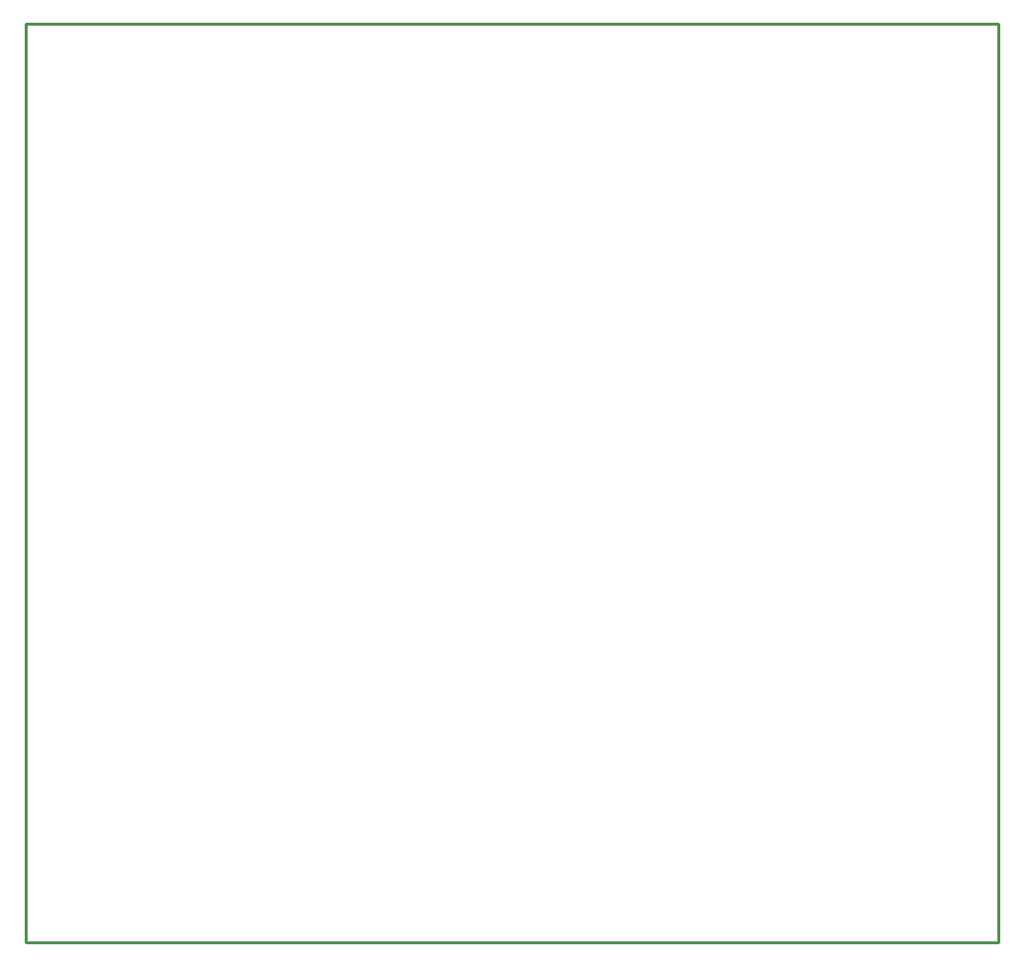
<source format=gko>
G04 start of page 4 for group 6 idx 6 *
G04 Title: (unknown), outline *
G04 Creator: pcb 20110918 *
G04 CreationDate: Thu Aug 28 18:43:41 2014 UTC *
G04 For: fosse *
G04 Format: Gerber/RS-274X *
G04 PCB-Dimensions: 348000 372000 *
G04 PCB-Coordinate-Origin: lower left *
%MOIN*%
%FSLAX25Y25*%
%LNOUTLINE*%
%ADD45C,0.0100*%
G54D45*X14000Y55000D02*Y365000D01*
X342000D02*Y55000D01*
X14000D01*
Y365000D02*X342000D01*
M02*

</source>
